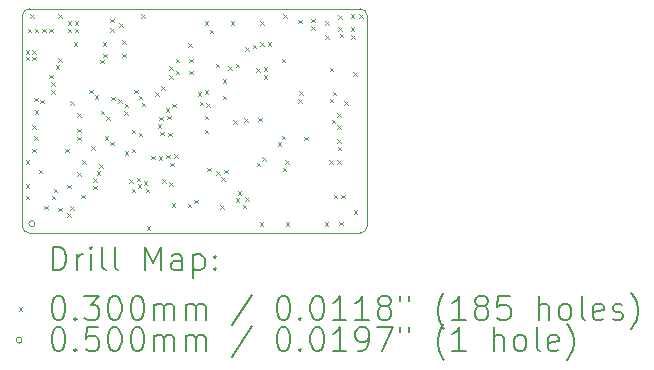
<source format=gbr>
%TF.GenerationSoftware,KiCad,Pcbnew,8.0.0*%
%TF.CreationDate,2024-09-22T12:37:04-04:00*%
%TF.ProjectId,MainBoard,4d61696e-426f-4617-9264-2e6b69636164,rev?*%
%TF.SameCoordinates,Original*%
%TF.FileFunction,Drillmap*%
%TF.FilePolarity,Positive*%
%FSLAX45Y45*%
G04 Gerber Fmt 4.5, Leading zero omitted, Abs format (unit mm)*
G04 Created by KiCad (PCBNEW 8.0.0) date 2024-09-22 12:37:04*
%MOMM*%
%LPD*%
G01*
G04 APERTURE LIST*
%ADD10C,0.050000*%
%ADD11C,0.200000*%
%ADD12C,0.100000*%
G04 APERTURE END LIST*
D10*
X8580000Y-9240000D02*
X11380000Y-9240000D01*
X8520000Y-7400000D02*
X8520000Y-9180000D01*
X11380000Y-7340000D02*
G75*
G02*
X11440000Y-7400000I0J-60000D01*
G01*
X11440000Y-9180000D02*
G75*
G02*
X11380000Y-9240000I-60000J0D01*
G01*
X11380000Y-7340000D02*
X8580000Y-7340000D01*
X11440000Y-9180000D02*
X11440000Y-7400000D01*
X8520000Y-7400000D02*
G75*
G02*
X8580000Y-7340000I60000J0D01*
G01*
X8580000Y-9240000D02*
G75*
G02*
X8520000Y-9180000I0J60000D01*
G01*
D11*
D12*
X8547500Y-7692500D02*
X8577500Y-7722500D01*
X8577500Y-7692500D02*
X8547500Y-7722500D01*
X8547500Y-7745000D02*
X8577500Y-7775000D01*
X8577500Y-7745000D02*
X8547500Y-7775000D01*
X8547500Y-8625000D02*
X8577500Y-8655000D01*
X8577500Y-8625000D02*
X8547500Y-8655000D01*
X8547500Y-8825000D02*
X8577500Y-8855000D01*
X8577500Y-8825000D02*
X8547500Y-8855000D01*
X8547500Y-8925000D02*
X8577500Y-8955000D01*
X8577500Y-8925000D02*
X8547500Y-8955000D01*
X8565000Y-7508250D02*
X8595000Y-7538250D01*
X8595000Y-7508250D02*
X8565000Y-7538250D01*
X8585000Y-7385000D02*
X8615000Y-7415000D01*
X8615000Y-7385000D02*
X8585000Y-7415000D01*
X8602500Y-7692500D02*
X8632500Y-7722500D01*
X8632500Y-7692500D02*
X8602500Y-7722500D01*
X8605000Y-8325000D02*
X8635000Y-8355000D01*
X8635000Y-8325000D02*
X8605000Y-8355000D01*
X8605000Y-8525000D02*
X8635000Y-8555000D01*
X8635000Y-8525000D02*
X8605000Y-8555000D01*
X8605000Y-7745000D02*
X8635000Y-7775000D01*
X8635000Y-7745000D02*
X8605000Y-7775000D01*
X8618840Y-8092500D02*
X8648840Y-8122500D01*
X8648840Y-8092500D02*
X8618840Y-8122500D01*
X8619975Y-8419675D02*
X8649975Y-8449675D01*
X8649975Y-8419675D02*
X8619975Y-8449675D01*
X8625000Y-7510000D02*
X8655000Y-7540000D01*
X8655000Y-7510000D02*
X8625000Y-7540000D01*
X8625000Y-8201750D02*
X8655000Y-8231750D01*
X8655000Y-8201750D02*
X8625000Y-8231750D01*
X8658091Y-8704997D02*
X8688091Y-8734997D01*
X8688091Y-8704997D02*
X8658091Y-8734997D01*
X8671697Y-8112500D02*
X8701697Y-8142500D01*
X8701697Y-8112500D02*
X8671697Y-8142500D01*
X8687500Y-7510000D02*
X8717500Y-7540000D01*
X8717500Y-7510000D02*
X8687500Y-7540000D01*
X8705000Y-9008303D02*
X8735000Y-9038303D01*
X8735000Y-9008303D02*
X8705000Y-9038303D01*
X8745000Y-7510000D02*
X8775000Y-7540000D01*
X8775000Y-7510000D02*
X8745000Y-7540000D01*
X8748763Y-7900109D02*
X8778763Y-7930109D01*
X8778763Y-7900109D02*
X8748763Y-7930109D01*
X8764970Y-8028333D02*
X8794970Y-8058333D01*
X8794970Y-8028333D02*
X8764970Y-8058333D01*
X8765555Y-7963335D02*
X8795555Y-7993335D01*
X8795555Y-7963335D02*
X8765555Y-7993335D01*
X8767500Y-8925000D02*
X8797500Y-8955000D01*
X8797500Y-8925000D02*
X8767500Y-8955000D01*
X8785000Y-8865000D02*
X8815000Y-8895000D01*
X8815000Y-8865000D02*
X8785000Y-8895000D01*
X8801879Y-7820496D02*
X8831879Y-7850496D01*
X8831879Y-7820496D02*
X8801879Y-7850496D01*
X8821750Y-9025000D02*
X8851750Y-9055000D01*
X8851750Y-9025000D02*
X8821750Y-9055000D01*
X8823324Y-7759135D02*
X8853324Y-7789135D01*
X8853324Y-7759135D02*
X8823324Y-7789135D01*
X8825000Y-7385000D02*
X8855000Y-7415000D01*
X8855000Y-7385000D02*
X8825000Y-7415000D01*
X8885000Y-8525000D02*
X8915000Y-8555000D01*
X8915000Y-8525000D02*
X8885000Y-8555000D01*
X8897474Y-8829725D02*
X8927474Y-8859725D01*
X8927474Y-8829725D02*
X8897474Y-8859725D01*
X8901860Y-9073242D02*
X8931860Y-9103242D01*
X8931860Y-9073242D02*
X8901860Y-9103242D01*
X8905000Y-7445000D02*
X8935000Y-7475000D01*
X8935000Y-7445000D02*
X8905000Y-7475000D01*
X8905000Y-7510000D02*
X8935000Y-7540000D01*
X8935000Y-7510000D02*
X8905000Y-7540000D01*
X8925000Y-8125000D02*
X8955000Y-8155000D01*
X8955000Y-8125000D02*
X8925000Y-8155000D01*
X8925000Y-9012500D02*
X8955000Y-9042500D01*
X8955000Y-9012500D02*
X8925000Y-9042500D01*
X8955000Y-7625000D02*
X8985000Y-7655000D01*
X8985000Y-7625000D02*
X8955000Y-7655000D01*
X8965000Y-7445000D02*
X8995000Y-7475000D01*
X8995000Y-7445000D02*
X8965000Y-7475000D01*
X8965000Y-7510000D02*
X8995000Y-7540000D01*
X8995000Y-7510000D02*
X8965000Y-7540000D01*
X8985000Y-8225000D02*
X9015000Y-8255000D01*
X9015000Y-8225000D02*
X8985000Y-8255000D01*
X8985000Y-8357500D02*
X9015000Y-8387500D01*
X9015000Y-8357500D02*
X8985000Y-8387500D01*
X8985000Y-8425000D02*
X9015000Y-8455000D01*
X9015000Y-8425000D02*
X8985000Y-8455000D01*
X8985000Y-8725000D02*
X9015000Y-8755000D01*
X9015000Y-8725000D02*
X8985000Y-8755000D01*
X9019675Y-8914469D02*
X9049675Y-8944469D01*
X9049675Y-8914469D02*
X9019675Y-8944469D01*
X9025000Y-8625000D02*
X9055000Y-8655000D01*
X9055000Y-8625000D02*
X9025000Y-8655000D01*
X9085000Y-8025000D02*
X9115000Y-8055000D01*
X9115000Y-8025000D02*
X9085000Y-8055000D01*
X9105000Y-8505000D02*
X9135000Y-8535000D01*
X9135000Y-8505000D02*
X9105000Y-8535000D01*
X9119675Y-8775000D02*
X9149675Y-8805000D01*
X9149675Y-8775000D02*
X9119675Y-8805000D01*
X9119675Y-8840000D02*
X9149675Y-8870000D01*
X9149675Y-8840000D02*
X9119675Y-8870000D01*
X9130962Y-8070962D02*
X9160962Y-8100962D01*
X9160962Y-8070962D02*
X9130962Y-8100962D01*
X9149045Y-8717013D02*
X9179045Y-8747013D01*
X9179045Y-8717013D02*
X9149045Y-8747013D01*
X9170511Y-8655699D02*
X9200511Y-8685699D01*
X9200511Y-8655699D02*
X9170511Y-8685699D01*
X9177500Y-7770313D02*
X9207500Y-7800313D01*
X9207500Y-7770313D02*
X9177500Y-7800313D01*
X9185000Y-8205000D02*
X9215000Y-8235000D01*
X9215000Y-8205000D02*
X9185000Y-8235000D01*
X9201750Y-7625000D02*
X9231750Y-7655000D01*
X9231750Y-7625000D02*
X9201750Y-7655000D01*
X9206676Y-7722164D02*
X9236676Y-7752164D01*
X9236676Y-7722164D02*
X9206676Y-7752164D01*
X9218028Y-8420070D02*
X9248028Y-8450070D01*
X9248028Y-8420070D02*
X9218028Y-8450070D01*
X9230962Y-8250962D02*
X9260962Y-8280962D01*
X9260962Y-8250962D02*
X9230962Y-8280962D01*
X9265000Y-7425000D02*
X9295000Y-7455000D01*
X9295000Y-7425000D02*
X9265000Y-7455000D01*
X9265000Y-7505000D02*
X9295000Y-7535000D01*
X9295000Y-7505000D02*
X9265000Y-7535000D01*
X9265000Y-8465000D02*
X9295000Y-8495000D01*
X9295000Y-8465000D02*
X9265000Y-8495000D01*
X9270000Y-8085147D02*
X9300000Y-8115147D01*
X9300000Y-8085147D02*
X9270000Y-8115147D01*
X9331139Y-8107216D02*
X9361139Y-8137216D01*
X9361139Y-8107216D02*
X9331139Y-8137216D01*
X9340000Y-7465000D02*
X9370000Y-7495000D01*
X9370000Y-7465000D02*
X9340000Y-7495000D01*
X9365000Y-7608250D02*
X9395000Y-7638250D01*
X9395000Y-7608250D02*
X9365000Y-7638250D01*
X9365000Y-7721750D02*
X9395000Y-7751750D01*
X9395000Y-7721750D02*
X9365000Y-7751750D01*
X9383908Y-8209938D02*
X9413908Y-8239938D01*
X9413908Y-8209938D02*
X9383908Y-8239938D01*
X9385000Y-8545000D02*
X9415000Y-8575000D01*
X9415000Y-8545000D02*
X9385000Y-8575000D01*
X9386751Y-8145000D02*
X9416751Y-8175000D01*
X9416751Y-8145000D02*
X9386751Y-8175000D01*
X9425000Y-8785000D02*
X9455000Y-8815000D01*
X9455000Y-8785000D02*
X9425000Y-8815000D01*
X9445000Y-8365000D02*
X9475000Y-8395000D01*
X9475000Y-8365000D02*
X9445000Y-8395000D01*
X9445000Y-8865000D02*
X9475000Y-8895000D01*
X9475000Y-8865000D02*
X9445000Y-8895000D01*
X9446665Y-8524445D02*
X9476665Y-8554445D01*
X9476665Y-8524445D02*
X9446665Y-8554445D01*
X9465000Y-8025000D02*
X9495000Y-8055000D01*
X9495000Y-8025000D02*
X9465000Y-8055000D01*
X9488393Y-8770633D02*
X9518393Y-8800633D01*
X9518393Y-8770633D02*
X9488393Y-8800633D01*
X9498003Y-8827374D02*
X9528003Y-8857374D01*
X9528003Y-8827374D02*
X9498003Y-8857374D01*
X9503833Y-8077125D02*
X9533833Y-8107125D01*
X9533833Y-8077125D02*
X9503833Y-8107125D01*
X9504602Y-8390935D02*
X9534602Y-8420935D01*
X9534602Y-8390935D02*
X9504602Y-8420935D01*
X9525000Y-7388250D02*
X9555000Y-7418250D01*
X9555000Y-7388250D02*
X9525000Y-7418250D01*
X9530117Y-8136574D02*
X9560117Y-8166574D01*
X9560117Y-8136574D02*
X9530117Y-8166574D01*
X9549068Y-8800942D02*
X9579068Y-8830942D01*
X9579068Y-8800942D02*
X9549068Y-8830942D01*
X9565000Y-8865000D02*
X9595000Y-8895000D01*
X9595000Y-8865000D02*
X9565000Y-8895000D01*
X9571082Y-9182500D02*
X9601082Y-9212500D01*
X9601082Y-9182500D02*
X9571082Y-9212500D01*
X9609876Y-8584462D02*
X9639876Y-8614462D01*
X9639876Y-8584462D02*
X9609876Y-8614462D01*
X9645000Y-8045000D02*
X9675000Y-8075000D01*
X9675000Y-8045000D02*
X9645000Y-8075000D01*
X9665000Y-8320000D02*
X9695000Y-8350000D01*
X9695000Y-8320000D02*
X9665000Y-8350000D01*
X9674835Y-8586774D02*
X9704835Y-8616774D01*
X9704835Y-8586774D02*
X9674835Y-8616774D01*
X9680792Y-8255005D02*
X9710792Y-8285005D01*
X9710792Y-8255005D02*
X9680792Y-8285005D01*
X9685355Y-8381731D02*
X9715355Y-8411731D01*
X9715355Y-8381731D02*
X9685355Y-8411731D01*
X9697412Y-7995288D02*
X9727412Y-8025288D01*
X9727412Y-7995288D02*
X9697412Y-8025288D01*
X9705000Y-8785000D02*
X9735000Y-8815000D01*
X9735000Y-8785000D02*
X9705000Y-8815000D01*
X9733712Y-8180987D02*
X9763712Y-8210987D01*
X9763712Y-8180987D02*
X9733712Y-8210987D01*
X9738868Y-8575601D02*
X9768868Y-8605601D01*
X9768868Y-8575601D02*
X9738868Y-8605601D01*
X9745000Y-8245000D02*
X9775000Y-8275000D01*
X9775000Y-8245000D02*
X9745000Y-8275000D01*
X9754227Y-8390423D02*
X9784227Y-8420423D01*
X9784227Y-8390423D02*
X9754227Y-8420423D01*
X9765000Y-7825000D02*
X9795000Y-7855000D01*
X9795000Y-7825000D02*
X9765000Y-7855000D01*
X9765000Y-7905000D02*
X9795000Y-7935000D01*
X9795000Y-7905000D02*
X9765000Y-7935000D01*
X9765000Y-8810585D02*
X9795000Y-8840585D01*
X9795000Y-8810585D02*
X9765000Y-8840585D01*
X9773550Y-8645000D02*
X9803550Y-8675000D01*
X9803550Y-8645000D02*
X9773550Y-8675000D01*
X9785000Y-8988250D02*
X9815000Y-9018250D01*
X9815000Y-8988250D02*
X9785000Y-9018250D01*
X9787366Y-8143323D02*
X9817366Y-8173323D01*
X9817366Y-8143323D02*
X9787366Y-8173323D01*
X9803632Y-8570060D02*
X9833632Y-8600060D01*
X9833632Y-8570060D02*
X9803632Y-8600060D01*
X9818250Y-7765000D02*
X9848250Y-7795000D01*
X9848250Y-7765000D02*
X9818250Y-7795000D01*
X9818250Y-7865000D02*
X9848250Y-7895000D01*
X9848250Y-7865000D02*
X9818250Y-7895000D01*
X9919500Y-8989604D02*
X9949500Y-9019604D01*
X9949500Y-8989604D02*
X9919500Y-9019604D01*
X9925000Y-7630000D02*
X9955000Y-7660000D01*
X9955000Y-7630000D02*
X9925000Y-7660000D01*
X9931750Y-7765000D02*
X9961750Y-7795000D01*
X9961750Y-7765000D02*
X9931750Y-7795000D01*
X9931750Y-7865000D02*
X9961750Y-7895000D01*
X9961750Y-7865000D02*
X9931750Y-7895000D01*
X9975413Y-8956457D02*
X10005413Y-8986457D01*
X10005413Y-8956457D02*
X9975413Y-8986457D01*
X10005000Y-8045000D02*
X10035000Y-8075000D01*
X10035000Y-8045000D02*
X10005000Y-8075000D01*
X10019995Y-8129224D02*
X10049995Y-8159224D01*
X10049995Y-8129224D02*
X10019995Y-8159224D01*
X10065000Y-7445000D02*
X10095000Y-7475000D01*
X10095000Y-7445000D02*
X10065000Y-7475000D01*
X10065000Y-8028250D02*
X10095000Y-8058250D01*
X10095000Y-8028250D02*
X10065000Y-8058250D01*
X10065000Y-8245250D02*
X10095000Y-8275250D01*
X10095000Y-8245250D02*
X10065000Y-8275250D01*
X10065000Y-8365000D02*
X10095000Y-8395000D01*
X10095000Y-8365000D02*
X10065000Y-8395000D01*
X10074258Y-8141750D02*
X10104258Y-8171750D01*
X10104258Y-8141750D02*
X10074258Y-8171750D01*
X10085000Y-8685000D02*
X10115000Y-8715000D01*
X10115000Y-8685000D02*
X10085000Y-8715000D01*
X10105000Y-7517500D02*
X10135000Y-7547500D01*
X10135000Y-7517500D02*
X10105000Y-7547500D01*
X10157500Y-7805000D02*
X10187500Y-7835000D01*
X10187500Y-7805000D02*
X10157500Y-7835000D01*
X10161421Y-8714702D02*
X10191421Y-8744702D01*
X10191421Y-8714702D02*
X10161421Y-8744702D01*
X10195000Y-9005000D02*
X10225000Y-9035000D01*
X10225000Y-9005000D02*
X10195000Y-9035000D01*
X10205000Y-8765000D02*
X10235000Y-8795000D01*
X10235000Y-8765000D02*
X10205000Y-8795000D01*
X10214688Y-8075637D02*
X10244688Y-8105637D01*
X10244688Y-8075637D02*
X10214688Y-8105637D01*
X10215000Y-7935000D02*
X10245000Y-7965000D01*
X10245000Y-7935000D02*
X10215000Y-7965000D01*
X10228952Y-8704574D02*
X10258952Y-8734574D01*
X10258952Y-8704574D02*
X10228952Y-8734574D01*
X10263335Y-7825555D02*
X10293335Y-7855555D01*
X10293335Y-7825555D02*
X10263335Y-7855555D01*
X10282500Y-7445000D02*
X10312500Y-7475000D01*
X10312500Y-7445000D02*
X10282500Y-7475000D01*
X10305000Y-8285000D02*
X10335000Y-8315000D01*
X10335000Y-8285000D02*
X10305000Y-8315000D01*
X10324445Y-8946665D02*
X10354445Y-8976665D01*
X10354445Y-8946665D02*
X10324445Y-8976665D01*
X10325000Y-7805000D02*
X10355000Y-7835000D01*
X10355000Y-7805000D02*
X10325000Y-7835000D01*
X10345000Y-8885000D02*
X10375000Y-8915000D01*
X10375000Y-8885000D02*
X10345000Y-8915000D01*
X10383808Y-8998274D02*
X10413808Y-9028274D01*
X10413808Y-8998274D02*
X10383808Y-9028274D01*
X10400000Y-8265000D02*
X10430000Y-8295000D01*
X10430000Y-8265000D02*
X10400000Y-8295000D01*
X10406665Y-8935325D02*
X10436665Y-8965325D01*
X10436665Y-8935325D02*
X10406665Y-8965325D01*
X10407500Y-7665000D02*
X10437500Y-7695000D01*
X10437500Y-7665000D02*
X10407500Y-7695000D01*
X10470789Y-7645414D02*
X10500789Y-7675414D01*
X10500789Y-7645414D02*
X10470789Y-7675414D01*
X10500000Y-7845000D02*
X10530000Y-7875000D01*
X10530000Y-7845000D02*
X10500000Y-7875000D01*
X10504350Y-8645650D02*
X10534350Y-8675650D01*
X10534350Y-8645650D02*
X10504350Y-8675650D01*
X10518085Y-8263085D02*
X10548085Y-8293085D01*
X10548085Y-8263085D02*
X10518085Y-8293085D01*
X10529194Y-9146850D02*
X10559194Y-9176850D01*
X10559194Y-9146850D02*
X10529194Y-9176850D01*
X10532500Y-7445000D02*
X10562500Y-7475000D01*
X10562500Y-7445000D02*
X10532500Y-7475000D01*
X10532500Y-7625000D02*
X10562500Y-7655000D01*
X10562500Y-7625000D02*
X10532500Y-7655000D01*
X10550729Y-8595582D02*
X10580729Y-8625582D01*
X10580729Y-8595582D02*
X10550729Y-8625582D01*
X10564769Y-7837153D02*
X10594769Y-7867153D01*
X10594769Y-7837153D02*
X10564769Y-7867153D01*
X10565001Y-7902152D02*
X10595001Y-7932152D01*
X10595001Y-7902152D02*
X10565001Y-7932152D01*
X10597500Y-7625000D02*
X10627500Y-7655000D01*
X10627500Y-7625000D02*
X10597500Y-7655000D01*
X10681558Y-8470737D02*
X10711558Y-8500737D01*
X10711558Y-8470737D02*
X10681558Y-8500737D01*
X10714415Y-7764415D02*
X10744415Y-7794415D01*
X10744415Y-7764415D02*
X10714415Y-7794415D01*
X10715000Y-8415000D02*
X10745000Y-8445000D01*
X10745000Y-8415000D02*
X10715000Y-8445000D01*
X10725000Y-8685000D02*
X10755000Y-8715000D01*
X10755000Y-8685000D02*
X10725000Y-8715000D01*
X10728250Y-7385000D02*
X10758250Y-7415000D01*
X10758250Y-7385000D02*
X10728250Y-7415000D01*
X10745555Y-8623335D02*
X10775555Y-8653335D01*
X10775555Y-8623335D02*
X10745555Y-8653335D01*
X10751000Y-9146850D02*
X10781000Y-9176850D01*
X10781000Y-9146850D02*
X10751000Y-9176850D01*
X10855000Y-7435000D02*
X10885000Y-7465000D01*
X10885000Y-7435000D02*
X10855000Y-7465000D01*
X10856814Y-8104483D02*
X10886814Y-8134483D01*
X10886814Y-8104483D02*
X10856814Y-8134483D01*
X10865000Y-8040000D02*
X10895000Y-8070000D01*
X10895000Y-8040000D02*
X10865000Y-8070000D01*
X10905000Y-8425000D02*
X10935000Y-8455000D01*
X10935000Y-8425000D02*
X10905000Y-8455000D01*
X10965000Y-7425000D02*
X10995000Y-7455000D01*
X10995000Y-7425000D02*
X10965000Y-7455000D01*
X10965000Y-7490000D02*
X10995000Y-7520000D01*
X10995000Y-7490000D02*
X10965000Y-7520000D01*
X11081000Y-9147500D02*
X11111000Y-9177500D01*
X11111000Y-9147500D02*
X11081000Y-9177500D01*
X11085000Y-7445000D02*
X11115000Y-7475000D01*
X11115000Y-7445000D02*
X11085000Y-7475000D01*
X11085000Y-7565000D02*
X11115000Y-7595000D01*
X11115000Y-7565000D02*
X11085000Y-7595000D01*
X11120000Y-8625000D02*
X11150000Y-8655000D01*
X11150000Y-8625000D02*
X11120000Y-8655000D01*
X11121250Y-7840000D02*
X11151250Y-7870000D01*
X11151250Y-7840000D02*
X11121250Y-7870000D01*
X11122740Y-8102740D02*
X11152740Y-8132740D01*
X11152740Y-8102740D02*
X11122740Y-8132740D01*
X11139038Y-8279038D02*
X11169038Y-8309038D01*
X11169038Y-8279038D02*
X11139038Y-8309038D01*
X11146122Y-8042091D02*
X11176122Y-8072091D01*
X11176122Y-8042091D02*
X11146122Y-8072091D01*
X11155000Y-8915000D02*
X11185000Y-8945000D01*
X11185000Y-8915000D02*
X11155000Y-8945000D01*
X11184087Y-8445000D02*
X11214087Y-8475000D01*
X11214087Y-8445000D02*
X11184087Y-8475000D01*
X11185000Y-8225000D02*
X11215000Y-8255000D01*
X11215000Y-8225000D02*
X11185000Y-8255000D01*
X11185000Y-8325000D02*
X11215000Y-8355000D01*
X11215000Y-8325000D02*
X11185000Y-8355000D01*
X11185000Y-8625000D02*
X11215000Y-8655000D01*
X11215000Y-8625000D02*
X11185000Y-8655000D01*
X11190129Y-8510128D02*
X11220129Y-8540128D01*
X11220129Y-8510128D02*
X11190129Y-8540128D01*
X11195500Y-7395000D02*
X11225500Y-7425000D01*
X11225500Y-7395000D02*
X11195500Y-7425000D01*
X11195500Y-7495000D02*
X11225500Y-7525000D01*
X11225500Y-7495000D02*
X11195500Y-7525000D01*
X11204500Y-9145000D02*
X11234500Y-9175000D01*
X11234500Y-9145000D02*
X11204500Y-9175000D01*
X11205000Y-7551404D02*
X11235000Y-7581404D01*
X11235000Y-7551404D02*
X11205000Y-7581404D01*
X11219989Y-8913790D02*
X11249989Y-8943790D01*
X11249989Y-8913790D02*
X11219989Y-8943790D01*
X11243252Y-8124559D02*
X11273252Y-8154559D01*
X11273252Y-8124559D02*
X11243252Y-8154559D01*
X11298750Y-7385000D02*
X11328750Y-7415000D01*
X11328750Y-7385000D02*
X11298750Y-7415000D01*
X11298750Y-7498500D02*
X11328750Y-7528500D01*
X11328750Y-7498500D02*
X11298750Y-7528500D01*
X11304263Y-7565000D02*
X11334263Y-7595000D01*
X11334263Y-7565000D02*
X11304263Y-7595000D01*
X11321995Y-7876835D02*
X11351995Y-7906835D01*
X11351995Y-7876835D02*
X11321995Y-7906835D01*
X11327000Y-9045000D02*
X11357000Y-9075000D01*
X11357000Y-9045000D02*
X11327000Y-9075000D01*
X11372250Y-7385289D02*
X11402250Y-7415289D01*
X11402250Y-7385289D02*
X11372250Y-7415289D01*
X8625000Y-9160000D02*
G75*
G02*
X8575000Y-9160000I-25000J0D01*
G01*
X8575000Y-9160000D02*
G75*
G02*
X8625000Y-9160000I25000J0D01*
G01*
D11*
X8778277Y-9553984D02*
X8778277Y-9353984D01*
X8778277Y-9353984D02*
X8825896Y-9353984D01*
X8825896Y-9353984D02*
X8854467Y-9363508D01*
X8854467Y-9363508D02*
X8873515Y-9382555D01*
X8873515Y-9382555D02*
X8883039Y-9401603D01*
X8883039Y-9401603D02*
X8892563Y-9439698D01*
X8892563Y-9439698D02*
X8892563Y-9468270D01*
X8892563Y-9468270D02*
X8883039Y-9506365D01*
X8883039Y-9506365D02*
X8873515Y-9525412D01*
X8873515Y-9525412D02*
X8854467Y-9544460D01*
X8854467Y-9544460D02*
X8825896Y-9553984D01*
X8825896Y-9553984D02*
X8778277Y-9553984D01*
X8978277Y-9553984D02*
X8978277Y-9420650D01*
X8978277Y-9458746D02*
X8987801Y-9439698D01*
X8987801Y-9439698D02*
X8997324Y-9430174D01*
X8997324Y-9430174D02*
X9016372Y-9420650D01*
X9016372Y-9420650D02*
X9035420Y-9420650D01*
X9102086Y-9553984D02*
X9102086Y-9420650D01*
X9102086Y-9353984D02*
X9092563Y-9363508D01*
X9092563Y-9363508D02*
X9102086Y-9373031D01*
X9102086Y-9373031D02*
X9111610Y-9363508D01*
X9111610Y-9363508D02*
X9102086Y-9353984D01*
X9102086Y-9353984D02*
X9102086Y-9373031D01*
X9225896Y-9553984D02*
X9206848Y-9544460D01*
X9206848Y-9544460D02*
X9197324Y-9525412D01*
X9197324Y-9525412D02*
X9197324Y-9353984D01*
X9330658Y-9553984D02*
X9311610Y-9544460D01*
X9311610Y-9544460D02*
X9302086Y-9525412D01*
X9302086Y-9525412D02*
X9302086Y-9353984D01*
X9559229Y-9553984D02*
X9559229Y-9353984D01*
X9559229Y-9353984D02*
X9625896Y-9496841D01*
X9625896Y-9496841D02*
X9692563Y-9353984D01*
X9692563Y-9353984D02*
X9692563Y-9553984D01*
X9873515Y-9553984D02*
X9873515Y-9449222D01*
X9873515Y-9449222D02*
X9863991Y-9430174D01*
X9863991Y-9430174D02*
X9844944Y-9420650D01*
X9844944Y-9420650D02*
X9806848Y-9420650D01*
X9806848Y-9420650D02*
X9787801Y-9430174D01*
X9873515Y-9544460D02*
X9854467Y-9553984D01*
X9854467Y-9553984D02*
X9806848Y-9553984D01*
X9806848Y-9553984D02*
X9787801Y-9544460D01*
X9787801Y-9544460D02*
X9778277Y-9525412D01*
X9778277Y-9525412D02*
X9778277Y-9506365D01*
X9778277Y-9506365D02*
X9787801Y-9487317D01*
X9787801Y-9487317D02*
X9806848Y-9477793D01*
X9806848Y-9477793D02*
X9854467Y-9477793D01*
X9854467Y-9477793D02*
X9873515Y-9468270D01*
X9968753Y-9420650D02*
X9968753Y-9620650D01*
X9968753Y-9430174D02*
X9987801Y-9420650D01*
X9987801Y-9420650D02*
X10025896Y-9420650D01*
X10025896Y-9420650D02*
X10044944Y-9430174D01*
X10044944Y-9430174D02*
X10054467Y-9439698D01*
X10054467Y-9439698D02*
X10063991Y-9458746D01*
X10063991Y-9458746D02*
X10063991Y-9515889D01*
X10063991Y-9515889D02*
X10054467Y-9534936D01*
X10054467Y-9534936D02*
X10044944Y-9544460D01*
X10044944Y-9544460D02*
X10025896Y-9553984D01*
X10025896Y-9553984D02*
X9987801Y-9553984D01*
X9987801Y-9553984D02*
X9968753Y-9544460D01*
X10149705Y-9534936D02*
X10159229Y-9544460D01*
X10159229Y-9544460D02*
X10149705Y-9553984D01*
X10149705Y-9553984D02*
X10140182Y-9544460D01*
X10140182Y-9544460D02*
X10149705Y-9534936D01*
X10149705Y-9534936D02*
X10149705Y-9553984D01*
X10149705Y-9430174D02*
X10159229Y-9439698D01*
X10159229Y-9439698D02*
X10149705Y-9449222D01*
X10149705Y-9449222D02*
X10140182Y-9439698D01*
X10140182Y-9439698D02*
X10149705Y-9430174D01*
X10149705Y-9430174D02*
X10149705Y-9449222D01*
D12*
X8487500Y-9867500D02*
X8517500Y-9897500D01*
X8517500Y-9867500D02*
X8487500Y-9897500D01*
D11*
X8816372Y-9773984D02*
X8835420Y-9773984D01*
X8835420Y-9773984D02*
X8854467Y-9783508D01*
X8854467Y-9783508D02*
X8863991Y-9793031D01*
X8863991Y-9793031D02*
X8873515Y-9812079D01*
X8873515Y-9812079D02*
X8883039Y-9850174D01*
X8883039Y-9850174D02*
X8883039Y-9897793D01*
X8883039Y-9897793D02*
X8873515Y-9935889D01*
X8873515Y-9935889D02*
X8863991Y-9954936D01*
X8863991Y-9954936D02*
X8854467Y-9964460D01*
X8854467Y-9964460D02*
X8835420Y-9973984D01*
X8835420Y-9973984D02*
X8816372Y-9973984D01*
X8816372Y-9973984D02*
X8797324Y-9964460D01*
X8797324Y-9964460D02*
X8787801Y-9954936D01*
X8787801Y-9954936D02*
X8778277Y-9935889D01*
X8778277Y-9935889D02*
X8768753Y-9897793D01*
X8768753Y-9897793D02*
X8768753Y-9850174D01*
X8768753Y-9850174D02*
X8778277Y-9812079D01*
X8778277Y-9812079D02*
X8787801Y-9793031D01*
X8787801Y-9793031D02*
X8797324Y-9783508D01*
X8797324Y-9783508D02*
X8816372Y-9773984D01*
X8968753Y-9954936D02*
X8978277Y-9964460D01*
X8978277Y-9964460D02*
X8968753Y-9973984D01*
X8968753Y-9973984D02*
X8959229Y-9964460D01*
X8959229Y-9964460D02*
X8968753Y-9954936D01*
X8968753Y-9954936D02*
X8968753Y-9973984D01*
X9044944Y-9773984D02*
X9168753Y-9773984D01*
X9168753Y-9773984D02*
X9102086Y-9850174D01*
X9102086Y-9850174D02*
X9130658Y-9850174D01*
X9130658Y-9850174D02*
X9149705Y-9859698D01*
X9149705Y-9859698D02*
X9159229Y-9869222D01*
X9159229Y-9869222D02*
X9168753Y-9888270D01*
X9168753Y-9888270D02*
X9168753Y-9935889D01*
X9168753Y-9935889D02*
X9159229Y-9954936D01*
X9159229Y-9954936D02*
X9149705Y-9964460D01*
X9149705Y-9964460D02*
X9130658Y-9973984D01*
X9130658Y-9973984D02*
X9073515Y-9973984D01*
X9073515Y-9973984D02*
X9054467Y-9964460D01*
X9054467Y-9964460D02*
X9044944Y-9954936D01*
X9292563Y-9773984D02*
X9311610Y-9773984D01*
X9311610Y-9773984D02*
X9330658Y-9783508D01*
X9330658Y-9783508D02*
X9340182Y-9793031D01*
X9340182Y-9793031D02*
X9349705Y-9812079D01*
X9349705Y-9812079D02*
X9359229Y-9850174D01*
X9359229Y-9850174D02*
X9359229Y-9897793D01*
X9359229Y-9897793D02*
X9349705Y-9935889D01*
X9349705Y-9935889D02*
X9340182Y-9954936D01*
X9340182Y-9954936D02*
X9330658Y-9964460D01*
X9330658Y-9964460D02*
X9311610Y-9973984D01*
X9311610Y-9973984D02*
X9292563Y-9973984D01*
X9292563Y-9973984D02*
X9273515Y-9964460D01*
X9273515Y-9964460D02*
X9263991Y-9954936D01*
X9263991Y-9954936D02*
X9254467Y-9935889D01*
X9254467Y-9935889D02*
X9244944Y-9897793D01*
X9244944Y-9897793D02*
X9244944Y-9850174D01*
X9244944Y-9850174D02*
X9254467Y-9812079D01*
X9254467Y-9812079D02*
X9263991Y-9793031D01*
X9263991Y-9793031D02*
X9273515Y-9783508D01*
X9273515Y-9783508D02*
X9292563Y-9773984D01*
X9483039Y-9773984D02*
X9502086Y-9773984D01*
X9502086Y-9773984D02*
X9521134Y-9783508D01*
X9521134Y-9783508D02*
X9530658Y-9793031D01*
X9530658Y-9793031D02*
X9540182Y-9812079D01*
X9540182Y-9812079D02*
X9549705Y-9850174D01*
X9549705Y-9850174D02*
X9549705Y-9897793D01*
X9549705Y-9897793D02*
X9540182Y-9935889D01*
X9540182Y-9935889D02*
X9530658Y-9954936D01*
X9530658Y-9954936D02*
X9521134Y-9964460D01*
X9521134Y-9964460D02*
X9502086Y-9973984D01*
X9502086Y-9973984D02*
X9483039Y-9973984D01*
X9483039Y-9973984D02*
X9463991Y-9964460D01*
X9463991Y-9964460D02*
X9454467Y-9954936D01*
X9454467Y-9954936D02*
X9444944Y-9935889D01*
X9444944Y-9935889D02*
X9435420Y-9897793D01*
X9435420Y-9897793D02*
X9435420Y-9850174D01*
X9435420Y-9850174D02*
X9444944Y-9812079D01*
X9444944Y-9812079D02*
X9454467Y-9793031D01*
X9454467Y-9793031D02*
X9463991Y-9783508D01*
X9463991Y-9783508D02*
X9483039Y-9773984D01*
X9635420Y-9973984D02*
X9635420Y-9840650D01*
X9635420Y-9859698D02*
X9644944Y-9850174D01*
X9644944Y-9850174D02*
X9663991Y-9840650D01*
X9663991Y-9840650D02*
X9692563Y-9840650D01*
X9692563Y-9840650D02*
X9711610Y-9850174D01*
X9711610Y-9850174D02*
X9721134Y-9869222D01*
X9721134Y-9869222D02*
X9721134Y-9973984D01*
X9721134Y-9869222D02*
X9730658Y-9850174D01*
X9730658Y-9850174D02*
X9749705Y-9840650D01*
X9749705Y-9840650D02*
X9778277Y-9840650D01*
X9778277Y-9840650D02*
X9797325Y-9850174D01*
X9797325Y-9850174D02*
X9806848Y-9869222D01*
X9806848Y-9869222D02*
X9806848Y-9973984D01*
X9902086Y-9973984D02*
X9902086Y-9840650D01*
X9902086Y-9859698D02*
X9911610Y-9850174D01*
X9911610Y-9850174D02*
X9930658Y-9840650D01*
X9930658Y-9840650D02*
X9959229Y-9840650D01*
X9959229Y-9840650D02*
X9978277Y-9850174D01*
X9978277Y-9850174D02*
X9987801Y-9869222D01*
X9987801Y-9869222D02*
X9987801Y-9973984D01*
X9987801Y-9869222D02*
X9997325Y-9850174D01*
X9997325Y-9850174D02*
X10016372Y-9840650D01*
X10016372Y-9840650D02*
X10044944Y-9840650D01*
X10044944Y-9840650D02*
X10063991Y-9850174D01*
X10063991Y-9850174D02*
X10073515Y-9869222D01*
X10073515Y-9869222D02*
X10073515Y-9973984D01*
X10463991Y-9764460D02*
X10292563Y-10021603D01*
X10721134Y-9773984D02*
X10740182Y-9773984D01*
X10740182Y-9773984D02*
X10759229Y-9783508D01*
X10759229Y-9783508D02*
X10768753Y-9793031D01*
X10768753Y-9793031D02*
X10778277Y-9812079D01*
X10778277Y-9812079D02*
X10787801Y-9850174D01*
X10787801Y-9850174D02*
X10787801Y-9897793D01*
X10787801Y-9897793D02*
X10778277Y-9935889D01*
X10778277Y-9935889D02*
X10768753Y-9954936D01*
X10768753Y-9954936D02*
X10759229Y-9964460D01*
X10759229Y-9964460D02*
X10740182Y-9973984D01*
X10740182Y-9973984D02*
X10721134Y-9973984D01*
X10721134Y-9973984D02*
X10702087Y-9964460D01*
X10702087Y-9964460D02*
X10692563Y-9954936D01*
X10692563Y-9954936D02*
X10683039Y-9935889D01*
X10683039Y-9935889D02*
X10673515Y-9897793D01*
X10673515Y-9897793D02*
X10673515Y-9850174D01*
X10673515Y-9850174D02*
X10683039Y-9812079D01*
X10683039Y-9812079D02*
X10692563Y-9793031D01*
X10692563Y-9793031D02*
X10702087Y-9783508D01*
X10702087Y-9783508D02*
X10721134Y-9773984D01*
X10873515Y-9954936D02*
X10883039Y-9964460D01*
X10883039Y-9964460D02*
X10873515Y-9973984D01*
X10873515Y-9973984D02*
X10863991Y-9964460D01*
X10863991Y-9964460D02*
X10873515Y-9954936D01*
X10873515Y-9954936D02*
X10873515Y-9973984D01*
X11006848Y-9773984D02*
X11025896Y-9773984D01*
X11025896Y-9773984D02*
X11044944Y-9783508D01*
X11044944Y-9783508D02*
X11054468Y-9793031D01*
X11054468Y-9793031D02*
X11063991Y-9812079D01*
X11063991Y-9812079D02*
X11073515Y-9850174D01*
X11073515Y-9850174D02*
X11073515Y-9897793D01*
X11073515Y-9897793D02*
X11063991Y-9935889D01*
X11063991Y-9935889D02*
X11054468Y-9954936D01*
X11054468Y-9954936D02*
X11044944Y-9964460D01*
X11044944Y-9964460D02*
X11025896Y-9973984D01*
X11025896Y-9973984D02*
X11006848Y-9973984D01*
X11006848Y-9973984D02*
X10987801Y-9964460D01*
X10987801Y-9964460D02*
X10978277Y-9954936D01*
X10978277Y-9954936D02*
X10968753Y-9935889D01*
X10968753Y-9935889D02*
X10959229Y-9897793D01*
X10959229Y-9897793D02*
X10959229Y-9850174D01*
X10959229Y-9850174D02*
X10968753Y-9812079D01*
X10968753Y-9812079D02*
X10978277Y-9793031D01*
X10978277Y-9793031D02*
X10987801Y-9783508D01*
X10987801Y-9783508D02*
X11006848Y-9773984D01*
X11263991Y-9973984D02*
X11149706Y-9973984D01*
X11206848Y-9973984D02*
X11206848Y-9773984D01*
X11206848Y-9773984D02*
X11187801Y-9802555D01*
X11187801Y-9802555D02*
X11168753Y-9821603D01*
X11168753Y-9821603D02*
X11149706Y-9831127D01*
X11454467Y-9973984D02*
X11340182Y-9973984D01*
X11397325Y-9973984D02*
X11397325Y-9773984D01*
X11397325Y-9773984D02*
X11378277Y-9802555D01*
X11378277Y-9802555D02*
X11359229Y-9821603D01*
X11359229Y-9821603D02*
X11340182Y-9831127D01*
X11568753Y-9859698D02*
X11549706Y-9850174D01*
X11549706Y-9850174D02*
X11540182Y-9840650D01*
X11540182Y-9840650D02*
X11530658Y-9821603D01*
X11530658Y-9821603D02*
X11530658Y-9812079D01*
X11530658Y-9812079D02*
X11540182Y-9793031D01*
X11540182Y-9793031D02*
X11549706Y-9783508D01*
X11549706Y-9783508D02*
X11568753Y-9773984D01*
X11568753Y-9773984D02*
X11606848Y-9773984D01*
X11606848Y-9773984D02*
X11625896Y-9783508D01*
X11625896Y-9783508D02*
X11635420Y-9793031D01*
X11635420Y-9793031D02*
X11644944Y-9812079D01*
X11644944Y-9812079D02*
X11644944Y-9821603D01*
X11644944Y-9821603D02*
X11635420Y-9840650D01*
X11635420Y-9840650D02*
X11625896Y-9850174D01*
X11625896Y-9850174D02*
X11606848Y-9859698D01*
X11606848Y-9859698D02*
X11568753Y-9859698D01*
X11568753Y-9859698D02*
X11549706Y-9869222D01*
X11549706Y-9869222D02*
X11540182Y-9878746D01*
X11540182Y-9878746D02*
X11530658Y-9897793D01*
X11530658Y-9897793D02*
X11530658Y-9935889D01*
X11530658Y-9935889D02*
X11540182Y-9954936D01*
X11540182Y-9954936D02*
X11549706Y-9964460D01*
X11549706Y-9964460D02*
X11568753Y-9973984D01*
X11568753Y-9973984D02*
X11606848Y-9973984D01*
X11606848Y-9973984D02*
X11625896Y-9964460D01*
X11625896Y-9964460D02*
X11635420Y-9954936D01*
X11635420Y-9954936D02*
X11644944Y-9935889D01*
X11644944Y-9935889D02*
X11644944Y-9897793D01*
X11644944Y-9897793D02*
X11635420Y-9878746D01*
X11635420Y-9878746D02*
X11625896Y-9869222D01*
X11625896Y-9869222D02*
X11606848Y-9859698D01*
X11721134Y-9773984D02*
X11721134Y-9812079D01*
X11797325Y-9773984D02*
X11797325Y-9812079D01*
X12092563Y-10050174D02*
X12083039Y-10040650D01*
X12083039Y-10040650D02*
X12063991Y-10012079D01*
X12063991Y-10012079D02*
X12054468Y-9993031D01*
X12054468Y-9993031D02*
X12044944Y-9964460D01*
X12044944Y-9964460D02*
X12035420Y-9916841D01*
X12035420Y-9916841D02*
X12035420Y-9878746D01*
X12035420Y-9878746D02*
X12044944Y-9831127D01*
X12044944Y-9831127D02*
X12054468Y-9802555D01*
X12054468Y-9802555D02*
X12063991Y-9783508D01*
X12063991Y-9783508D02*
X12083039Y-9754936D01*
X12083039Y-9754936D02*
X12092563Y-9745412D01*
X12273515Y-9973984D02*
X12159229Y-9973984D01*
X12216372Y-9973984D02*
X12216372Y-9773984D01*
X12216372Y-9773984D02*
X12197325Y-9802555D01*
X12197325Y-9802555D02*
X12178277Y-9821603D01*
X12178277Y-9821603D02*
X12159229Y-9831127D01*
X12387801Y-9859698D02*
X12368753Y-9850174D01*
X12368753Y-9850174D02*
X12359229Y-9840650D01*
X12359229Y-9840650D02*
X12349706Y-9821603D01*
X12349706Y-9821603D02*
X12349706Y-9812079D01*
X12349706Y-9812079D02*
X12359229Y-9793031D01*
X12359229Y-9793031D02*
X12368753Y-9783508D01*
X12368753Y-9783508D02*
X12387801Y-9773984D01*
X12387801Y-9773984D02*
X12425896Y-9773984D01*
X12425896Y-9773984D02*
X12444944Y-9783508D01*
X12444944Y-9783508D02*
X12454468Y-9793031D01*
X12454468Y-9793031D02*
X12463991Y-9812079D01*
X12463991Y-9812079D02*
X12463991Y-9821603D01*
X12463991Y-9821603D02*
X12454468Y-9840650D01*
X12454468Y-9840650D02*
X12444944Y-9850174D01*
X12444944Y-9850174D02*
X12425896Y-9859698D01*
X12425896Y-9859698D02*
X12387801Y-9859698D01*
X12387801Y-9859698D02*
X12368753Y-9869222D01*
X12368753Y-9869222D02*
X12359229Y-9878746D01*
X12359229Y-9878746D02*
X12349706Y-9897793D01*
X12349706Y-9897793D02*
X12349706Y-9935889D01*
X12349706Y-9935889D02*
X12359229Y-9954936D01*
X12359229Y-9954936D02*
X12368753Y-9964460D01*
X12368753Y-9964460D02*
X12387801Y-9973984D01*
X12387801Y-9973984D02*
X12425896Y-9973984D01*
X12425896Y-9973984D02*
X12444944Y-9964460D01*
X12444944Y-9964460D02*
X12454468Y-9954936D01*
X12454468Y-9954936D02*
X12463991Y-9935889D01*
X12463991Y-9935889D02*
X12463991Y-9897793D01*
X12463991Y-9897793D02*
X12454468Y-9878746D01*
X12454468Y-9878746D02*
X12444944Y-9869222D01*
X12444944Y-9869222D02*
X12425896Y-9859698D01*
X12644944Y-9773984D02*
X12549706Y-9773984D01*
X12549706Y-9773984D02*
X12540182Y-9869222D01*
X12540182Y-9869222D02*
X12549706Y-9859698D01*
X12549706Y-9859698D02*
X12568753Y-9850174D01*
X12568753Y-9850174D02*
X12616372Y-9850174D01*
X12616372Y-9850174D02*
X12635420Y-9859698D01*
X12635420Y-9859698D02*
X12644944Y-9869222D01*
X12644944Y-9869222D02*
X12654468Y-9888270D01*
X12654468Y-9888270D02*
X12654468Y-9935889D01*
X12654468Y-9935889D02*
X12644944Y-9954936D01*
X12644944Y-9954936D02*
X12635420Y-9964460D01*
X12635420Y-9964460D02*
X12616372Y-9973984D01*
X12616372Y-9973984D02*
X12568753Y-9973984D01*
X12568753Y-9973984D02*
X12549706Y-9964460D01*
X12549706Y-9964460D02*
X12540182Y-9954936D01*
X12892563Y-9973984D02*
X12892563Y-9773984D01*
X12978277Y-9973984D02*
X12978277Y-9869222D01*
X12978277Y-9869222D02*
X12968753Y-9850174D01*
X12968753Y-9850174D02*
X12949706Y-9840650D01*
X12949706Y-9840650D02*
X12921134Y-9840650D01*
X12921134Y-9840650D02*
X12902087Y-9850174D01*
X12902087Y-9850174D02*
X12892563Y-9859698D01*
X13102087Y-9973984D02*
X13083039Y-9964460D01*
X13083039Y-9964460D02*
X13073515Y-9954936D01*
X13073515Y-9954936D02*
X13063991Y-9935889D01*
X13063991Y-9935889D02*
X13063991Y-9878746D01*
X13063991Y-9878746D02*
X13073515Y-9859698D01*
X13073515Y-9859698D02*
X13083039Y-9850174D01*
X13083039Y-9850174D02*
X13102087Y-9840650D01*
X13102087Y-9840650D02*
X13130658Y-9840650D01*
X13130658Y-9840650D02*
X13149706Y-9850174D01*
X13149706Y-9850174D02*
X13159230Y-9859698D01*
X13159230Y-9859698D02*
X13168753Y-9878746D01*
X13168753Y-9878746D02*
X13168753Y-9935889D01*
X13168753Y-9935889D02*
X13159230Y-9954936D01*
X13159230Y-9954936D02*
X13149706Y-9964460D01*
X13149706Y-9964460D02*
X13130658Y-9973984D01*
X13130658Y-9973984D02*
X13102087Y-9973984D01*
X13283039Y-9973984D02*
X13263991Y-9964460D01*
X13263991Y-9964460D02*
X13254468Y-9945412D01*
X13254468Y-9945412D02*
X13254468Y-9773984D01*
X13435420Y-9964460D02*
X13416372Y-9973984D01*
X13416372Y-9973984D02*
X13378277Y-9973984D01*
X13378277Y-9973984D02*
X13359230Y-9964460D01*
X13359230Y-9964460D02*
X13349706Y-9945412D01*
X13349706Y-9945412D02*
X13349706Y-9869222D01*
X13349706Y-9869222D02*
X13359230Y-9850174D01*
X13359230Y-9850174D02*
X13378277Y-9840650D01*
X13378277Y-9840650D02*
X13416372Y-9840650D01*
X13416372Y-9840650D02*
X13435420Y-9850174D01*
X13435420Y-9850174D02*
X13444944Y-9869222D01*
X13444944Y-9869222D02*
X13444944Y-9888270D01*
X13444944Y-9888270D02*
X13349706Y-9907317D01*
X13521134Y-9964460D02*
X13540182Y-9973984D01*
X13540182Y-9973984D02*
X13578277Y-9973984D01*
X13578277Y-9973984D02*
X13597325Y-9964460D01*
X13597325Y-9964460D02*
X13606849Y-9945412D01*
X13606849Y-9945412D02*
X13606849Y-9935889D01*
X13606849Y-9935889D02*
X13597325Y-9916841D01*
X13597325Y-9916841D02*
X13578277Y-9907317D01*
X13578277Y-9907317D02*
X13549706Y-9907317D01*
X13549706Y-9907317D02*
X13530658Y-9897793D01*
X13530658Y-9897793D02*
X13521134Y-9878746D01*
X13521134Y-9878746D02*
X13521134Y-9869222D01*
X13521134Y-9869222D02*
X13530658Y-9850174D01*
X13530658Y-9850174D02*
X13549706Y-9840650D01*
X13549706Y-9840650D02*
X13578277Y-9840650D01*
X13578277Y-9840650D02*
X13597325Y-9850174D01*
X13673515Y-10050174D02*
X13683039Y-10040650D01*
X13683039Y-10040650D02*
X13702087Y-10012079D01*
X13702087Y-10012079D02*
X13711611Y-9993031D01*
X13711611Y-9993031D02*
X13721134Y-9964460D01*
X13721134Y-9964460D02*
X13730658Y-9916841D01*
X13730658Y-9916841D02*
X13730658Y-9878746D01*
X13730658Y-9878746D02*
X13721134Y-9831127D01*
X13721134Y-9831127D02*
X13711611Y-9802555D01*
X13711611Y-9802555D02*
X13702087Y-9783508D01*
X13702087Y-9783508D02*
X13683039Y-9754936D01*
X13683039Y-9754936D02*
X13673515Y-9745412D01*
D12*
X8517500Y-10146500D02*
G75*
G02*
X8467500Y-10146500I-25000J0D01*
G01*
X8467500Y-10146500D02*
G75*
G02*
X8517500Y-10146500I25000J0D01*
G01*
D11*
X8816372Y-10037984D02*
X8835420Y-10037984D01*
X8835420Y-10037984D02*
X8854467Y-10047508D01*
X8854467Y-10047508D02*
X8863991Y-10057031D01*
X8863991Y-10057031D02*
X8873515Y-10076079D01*
X8873515Y-10076079D02*
X8883039Y-10114174D01*
X8883039Y-10114174D02*
X8883039Y-10161793D01*
X8883039Y-10161793D02*
X8873515Y-10199889D01*
X8873515Y-10199889D02*
X8863991Y-10218936D01*
X8863991Y-10218936D02*
X8854467Y-10228460D01*
X8854467Y-10228460D02*
X8835420Y-10237984D01*
X8835420Y-10237984D02*
X8816372Y-10237984D01*
X8816372Y-10237984D02*
X8797324Y-10228460D01*
X8797324Y-10228460D02*
X8787801Y-10218936D01*
X8787801Y-10218936D02*
X8778277Y-10199889D01*
X8778277Y-10199889D02*
X8768753Y-10161793D01*
X8768753Y-10161793D02*
X8768753Y-10114174D01*
X8768753Y-10114174D02*
X8778277Y-10076079D01*
X8778277Y-10076079D02*
X8787801Y-10057031D01*
X8787801Y-10057031D02*
X8797324Y-10047508D01*
X8797324Y-10047508D02*
X8816372Y-10037984D01*
X8968753Y-10218936D02*
X8978277Y-10228460D01*
X8978277Y-10228460D02*
X8968753Y-10237984D01*
X8968753Y-10237984D02*
X8959229Y-10228460D01*
X8959229Y-10228460D02*
X8968753Y-10218936D01*
X8968753Y-10218936D02*
X8968753Y-10237984D01*
X9159229Y-10037984D02*
X9063991Y-10037984D01*
X9063991Y-10037984D02*
X9054467Y-10133222D01*
X9054467Y-10133222D02*
X9063991Y-10123698D01*
X9063991Y-10123698D02*
X9083039Y-10114174D01*
X9083039Y-10114174D02*
X9130658Y-10114174D01*
X9130658Y-10114174D02*
X9149705Y-10123698D01*
X9149705Y-10123698D02*
X9159229Y-10133222D01*
X9159229Y-10133222D02*
X9168753Y-10152270D01*
X9168753Y-10152270D02*
X9168753Y-10199889D01*
X9168753Y-10199889D02*
X9159229Y-10218936D01*
X9159229Y-10218936D02*
X9149705Y-10228460D01*
X9149705Y-10228460D02*
X9130658Y-10237984D01*
X9130658Y-10237984D02*
X9083039Y-10237984D01*
X9083039Y-10237984D02*
X9063991Y-10228460D01*
X9063991Y-10228460D02*
X9054467Y-10218936D01*
X9292563Y-10037984D02*
X9311610Y-10037984D01*
X9311610Y-10037984D02*
X9330658Y-10047508D01*
X9330658Y-10047508D02*
X9340182Y-10057031D01*
X9340182Y-10057031D02*
X9349705Y-10076079D01*
X9349705Y-10076079D02*
X9359229Y-10114174D01*
X9359229Y-10114174D02*
X9359229Y-10161793D01*
X9359229Y-10161793D02*
X9349705Y-10199889D01*
X9349705Y-10199889D02*
X9340182Y-10218936D01*
X9340182Y-10218936D02*
X9330658Y-10228460D01*
X9330658Y-10228460D02*
X9311610Y-10237984D01*
X9311610Y-10237984D02*
X9292563Y-10237984D01*
X9292563Y-10237984D02*
X9273515Y-10228460D01*
X9273515Y-10228460D02*
X9263991Y-10218936D01*
X9263991Y-10218936D02*
X9254467Y-10199889D01*
X9254467Y-10199889D02*
X9244944Y-10161793D01*
X9244944Y-10161793D02*
X9244944Y-10114174D01*
X9244944Y-10114174D02*
X9254467Y-10076079D01*
X9254467Y-10076079D02*
X9263991Y-10057031D01*
X9263991Y-10057031D02*
X9273515Y-10047508D01*
X9273515Y-10047508D02*
X9292563Y-10037984D01*
X9483039Y-10037984D02*
X9502086Y-10037984D01*
X9502086Y-10037984D02*
X9521134Y-10047508D01*
X9521134Y-10047508D02*
X9530658Y-10057031D01*
X9530658Y-10057031D02*
X9540182Y-10076079D01*
X9540182Y-10076079D02*
X9549705Y-10114174D01*
X9549705Y-10114174D02*
X9549705Y-10161793D01*
X9549705Y-10161793D02*
X9540182Y-10199889D01*
X9540182Y-10199889D02*
X9530658Y-10218936D01*
X9530658Y-10218936D02*
X9521134Y-10228460D01*
X9521134Y-10228460D02*
X9502086Y-10237984D01*
X9502086Y-10237984D02*
X9483039Y-10237984D01*
X9483039Y-10237984D02*
X9463991Y-10228460D01*
X9463991Y-10228460D02*
X9454467Y-10218936D01*
X9454467Y-10218936D02*
X9444944Y-10199889D01*
X9444944Y-10199889D02*
X9435420Y-10161793D01*
X9435420Y-10161793D02*
X9435420Y-10114174D01*
X9435420Y-10114174D02*
X9444944Y-10076079D01*
X9444944Y-10076079D02*
X9454467Y-10057031D01*
X9454467Y-10057031D02*
X9463991Y-10047508D01*
X9463991Y-10047508D02*
X9483039Y-10037984D01*
X9635420Y-10237984D02*
X9635420Y-10104650D01*
X9635420Y-10123698D02*
X9644944Y-10114174D01*
X9644944Y-10114174D02*
X9663991Y-10104650D01*
X9663991Y-10104650D02*
X9692563Y-10104650D01*
X9692563Y-10104650D02*
X9711610Y-10114174D01*
X9711610Y-10114174D02*
X9721134Y-10133222D01*
X9721134Y-10133222D02*
X9721134Y-10237984D01*
X9721134Y-10133222D02*
X9730658Y-10114174D01*
X9730658Y-10114174D02*
X9749705Y-10104650D01*
X9749705Y-10104650D02*
X9778277Y-10104650D01*
X9778277Y-10104650D02*
X9797325Y-10114174D01*
X9797325Y-10114174D02*
X9806848Y-10133222D01*
X9806848Y-10133222D02*
X9806848Y-10237984D01*
X9902086Y-10237984D02*
X9902086Y-10104650D01*
X9902086Y-10123698D02*
X9911610Y-10114174D01*
X9911610Y-10114174D02*
X9930658Y-10104650D01*
X9930658Y-10104650D02*
X9959229Y-10104650D01*
X9959229Y-10104650D02*
X9978277Y-10114174D01*
X9978277Y-10114174D02*
X9987801Y-10133222D01*
X9987801Y-10133222D02*
X9987801Y-10237984D01*
X9987801Y-10133222D02*
X9997325Y-10114174D01*
X9997325Y-10114174D02*
X10016372Y-10104650D01*
X10016372Y-10104650D02*
X10044944Y-10104650D01*
X10044944Y-10104650D02*
X10063991Y-10114174D01*
X10063991Y-10114174D02*
X10073515Y-10133222D01*
X10073515Y-10133222D02*
X10073515Y-10237984D01*
X10463991Y-10028460D02*
X10292563Y-10285603D01*
X10721134Y-10037984D02*
X10740182Y-10037984D01*
X10740182Y-10037984D02*
X10759229Y-10047508D01*
X10759229Y-10047508D02*
X10768753Y-10057031D01*
X10768753Y-10057031D02*
X10778277Y-10076079D01*
X10778277Y-10076079D02*
X10787801Y-10114174D01*
X10787801Y-10114174D02*
X10787801Y-10161793D01*
X10787801Y-10161793D02*
X10778277Y-10199889D01*
X10778277Y-10199889D02*
X10768753Y-10218936D01*
X10768753Y-10218936D02*
X10759229Y-10228460D01*
X10759229Y-10228460D02*
X10740182Y-10237984D01*
X10740182Y-10237984D02*
X10721134Y-10237984D01*
X10721134Y-10237984D02*
X10702087Y-10228460D01*
X10702087Y-10228460D02*
X10692563Y-10218936D01*
X10692563Y-10218936D02*
X10683039Y-10199889D01*
X10683039Y-10199889D02*
X10673515Y-10161793D01*
X10673515Y-10161793D02*
X10673515Y-10114174D01*
X10673515Y-10114174D02*
X10683039Y-10076079D01*
X10683039Y-10076079D02*
X10692563Y-10057031D01*
X10692563Y-10057031D02*
X10702087Y-10047508D01*
X10702087Y-10047508D02*
X10721134Y-10037984D01*
X10873515Y-10218936D02*
X10883039Y-10228460D01*
X10883039Y-10228460D02*
X10873515Y-10237984D01*
X10873515Y-10237984D02*
X10863991Y-10228460D01*
X10863991Y-10228460D02*
X10873515Y-10218936D01*
X10873515Y-10218936D02*
X10873515Y-10237984D01*
X11006848Y-10037984D02*
X11025896Y-10037984D01*
X11025896Y-10037984D02*
X11044944Y-10047508D01*
X11044944Y-10047508D02*
X11054468Y-10057031D01*
X11054468Y-10057031D02*
X11063991Y-10076079D01*
X11063991Y-10076079D02*
X11073515Y-10114174D01*
X11073515Y-10114174D02*
X11073515Y-10161793D01*
X11073515Y-10161793D02*
X11063991Y-10199889D01*
X11063991Y-10199889D02*
X11054468Y-10218936D01*
X11054468Y-10218936D02*
X11044944Y-10228460D01*
X11044944Y-10228460D02*
X11025896Y-10237984D01*
X11025896Y-10237984D02*
X11006848Y-10237984D01*
X11006848Y-10237984D02*
X10987801Y-10228460D01*
X10987801Y-10228460D02*
X10978277Y-10218936D01*
X10978277Y-10218936D02*
X10968753Y-10199889D01*
X10968753Y-10199889D02*
X10959229Y-10161793D01*
X10959229Y-10161793D02*
X10959229Y-10114174D01*
X10959229Y-10114174D02*
X10968753Y-10076079D01*
X10968753Y-10076079D02*
X10978277Y-10057031D01*
X10978277Y-10057031D02*
X10987801Y-10047508D01*
X10987801Y-10047508D02*
X11006848Y-10037984D01*
X11263991Y-10237984D02*
X11149706Y-10237984D01*
X11206848Y-10237984D02*
X11206848Y-10037984D01*
X11206848Y-10037984D02*
X11187801Y-10066555D01*
X11187801Y-10066555D02*
X11168753Y-10085603D01*
X11168753Y-10085603D02*
X11149706Y-10095127D01*
X11359229Y-10237984D02*
X11397325Y-10237984D01*
X11397325Y-10237984D02*
X11416372Y-10228460D01*
X11416372Y-10228460D02*
X11425896Y-10218936D01*
X11425896Y-10218936D02*
X11444944Y-10190365D01*
X11444944Y-10190365D02*
X11454467Y-10152270D01*
X11454467Y-10152270D02*
X11454467Y-10076079D01*
X11454467Y-10076079D02*
X11444944Y-10057031D01*
X11444944Y-10057031D02*
X11435420Y-10047508D01*
X11435420Y-10047508D02*
X11416372Y-10037984D01*
X11416372Y-10037984D02*
X11378277Y-10037984D01*
X11378277Y-10037984D02*
X11359229Y-10047508D01*
X11359229Y-10047508D02*
X11349706Y-10057031D01*
X11349706Y-10057031D02*
X11340182Y-10076079D01*
X11340182Y-10076079D02*
X11340182Y-10123698D01*
X11340182Y-10123698D02*
X11349706Y-10142746D01*
X11349706Y-10142746D02*
X11359229Y-10152270D01*
X11359229Y-10152270D02*
X11378277Y-10161793D01*
X11378277Y-10161793D02*
X11416372Y-10161793D01*
X11416372Y-10161793D02*
X11435420Y-10152270D01*
X11435420Y-10152270D02*
X11444944Y-10142746D01*
X11444944Y-10142746D02*
X11454467Y-10123698D01*
X11521134Y-10037984D02*
X11654467Y-10037984D01*
X11654467Y-10037984D02*
X11568753Y-10237984D01*
X11721134Y-10037984D02*
X11721134Y-10076079D01*
X11797325Y-10037984D02*
X11797325Y-10076079D01*
X12092563Y-10314174D02*
X12083039Y-10304650D01*
X12083039Y-10304650D02*
X12063991Y-10276079D01*
X12063991Y-10276079D02*
X12054468Y-10257031D01*
X12054468Y-10257031D02*
X12044944Y-10228460D01*
X12044944Y-10228460D02*
X12035420Y-10180841D01*
X12035420Y-10180841D02*
X12035420Y-10142746D01*
X12035420Y-10142746D02*
X12044944Y-10095127D01*
X12044944Y-10095127D02*
X12054468Y-10066555D01*
X12054468Y-10066555D02*
X12063991Y-10047508D01*
X12063991Y-10047508D02*
X12083039Y-10018936D01*
X12083039Y-10018936D02*
X12092563Y-10009412D01*
X12273515Y-10237984D02*
X12159229Y-10237984D01*
X12216372Y-10237984D02*
X12216372Y-10037984D01*
X12216372Y-10037984D02*
X12197325Y-10066555D01*
X12197325Y-10066555D02*
X12178277Y-10085603D01*
X12178277Y-10085603D02*
X12159229Y-10095127D01*
X12511610Y-10237984D02*
X12511610Y-10037984D01*
X12597325Y-10237984D02*
X12597325Y-10133222D01*
X12597325Y-10133222D02*
X12587801Y-10114174D01*
X12587801Y-10114174D02*
X12568753Y-10104650D01*
X12568753Y-10104650D02*
X12540182Y-10104650D01*
X12540182Y-10104650D02*
X12521134Y-10114174D01*
X12521134Y-10114174D02*
X12511610Y-10123698D01*
X12721134Y-10237984D02*
X12702087Y-10228460D01*
X12702087Y-10228460D02*
X12692563Y-10218936D01*
X12692563Y-10218936D02*
X12683039Y-10199889D01*
X12683039Y-10199889D02*
X12683039Y-10142746D01*
X12683039Y-10142746D02*
X12692563Y-10123698D01*
X12692563Y-10123698D02*
X12702087Y-10114174D01*
X12702087Y-10114174D02*
X12721134Y-10104650D01*
X12721134Y-10104650D02*
X12749706Y-10104650D01*
X12749706Y-10104650D02*
X12768753Y-10114174D01*
X12768753Y-10114174D02*
X12778277Y-10123698D01*
X12778277Y-10123698D02*
X12787801Y-10142746D01*
X12787801Y-10142746D02*
X12787801Y-10199889D01*
X12787801Y-10199889D02*
X12778277Y-10218936D01*
X12778277Y-10218936D02*
X12768753Y-10228460D01*
X12768753Y-10228460D02*
X12749706Y-10237984D01*
X12749706Y-10237984D02*
X12721134Y-10237984D01*
X12902087Y-10237984D02*
X12883039Y-10228460D01*
X12883039Y-10228460D02*
X12873515Y-10209412D01*
X12873515Y-10209412D02*
X12873515Y-10037984D01*
X13054468Y-10228460D02*
X13035420Y-10237984D01*
X13035420Y-10237984D02*
X12997325Y-10237984D01*
X12997325Y-10237984D02*
X12978277Y-10228460D01*
X12978277Y-10228460D02*
X12968753Y-10209412D01*
X12968753Y-10209412D02*
X12968753Y-10133222D01*
X12968753Y-10133222D02*
X12978277Y-10114174D01*
X12978277Y-10114174D02*
X12997325Y-10104650D01*
X12997325Y-10104650D02*
X13035420Y-10104650D01*
X13035420Y-10104650D02*
X13054468Y-10114174D01*
X13054468Y-10114174D02*
X13063991Y-10133222D01*
X13063991Y-10133222D02*
X13063991Y-10152270D01*
X13063991Y-10152270D02*
X12968753Y-10171317D01*
X13130658Y-10314174D02*
X13140182Y-10304650D01*
X13140182Y-10304650D02*
X13159230Y-10276079D01*
X13159230Y-10276079D02*
X13168753Y-10257031D01*
X13168753Y-10257031D02*
X13178277Y-10228460D01*
X13178277Y-10228460D02*
X13187801Y-10180841D01*
X13187801Y-10180841D02*
X13187801Y-10142746D01*
X13187801Y-10142746D02*
X13178277Y-10095127D01*
X13178277Y-10095127D02*
X13168753Y-10066555D01*
X13168753Y-10066555D02*
X13159230Y-10047508D01*
X13159230Y-10047508D02*
X13140182Y-10018936D01*
X13140182Y-10018936D02*
X13130658Y-10009412D01*
M02*

</source>
